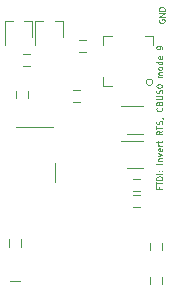
<source format=gbr>
%TF.GenerationSoftware,KiCad,Pcbnew,(6.0.10-0)*%
%TF.CreationDate,2023-01-07T15:17:09+00:00*%
%TF.ProjectId,Shelly,5368656c-6c79-42e6-9b69-6361645f7063,4*%
%TF.SameCoordinates,Original*%
%TF.FileFunction,Legend,Top*%
%TF.FilePolarity,Positive*%
%FSLAX46Y46*%
G04 Gerber Fmt 4.6, Leading zero omitted, Abs format (unit mm)*
G04 Created by KiCad (PCBNEW (6.0.10-0)) date 2023-01-07 15:17:09*
%MOMM*%
%LPD*%
G01*
G04 APERTURE LIST*
%ADD10C,0.120000*%
G04 APERTURE END LIST*
D10*
X183300000Y-58980952D02*
X183276190Y-59028571D01*
X183276190Y-59100000D01*
X183300000Y-59171428D01*
X183347619Y-59219047D01*
X183395238Y-59242857D01*
X183490476Y-59266666D01*
X183561904Y-59266666D01*
X183657142Y-59242857D01*
X183704761Y-59219047D01*
X183752380Y-59171428D01*
X183776190Y-59100000D01*
X183776190Y-59052380D01*
X183752380Y-58980952D01*
X183728571Y-58957142D01*
X183561904Y-58957142D01*
X183561904Y-59052380D01*
X183776190Y-58742857D02*
X183276190Y-58742857D01*
X183776190Y-58457142D01*
X183276190Y-58457142D01*
X183776190Y-58219047D02*
X183276190Y-58219047D01*
X183276190Y-58100000D01*
X183300000Y-58028571D01*
X183347619Y-57980952D01*
X183395238Y-57957142D01*
X183490476Y-57933333D01*
X183561904Y-57933333D01*
X183657142Y-57957142D01*
X183704761Y-57980952D01*
X183752380Y-58028571D01*
X183776190Y-58100000D01*
X183776190Y-58219047D01*
X183314285Y-73180952D02*
X183314285Y-73347619D01*
X183576190Y-73347619D02*
X183076190Y-73347619D01*
X183076190Y-73109523D01*
X183076190Y-72990476D02*
X183076190Y-72704761D01*
X183576190Y-72847619D02*
X183076190Y-72847619D01*
X183576190Y-72538095D02*
X183076190Y-72538095D01*
X183076190Y-72419047D01*
X183100000Y-72347619D01*
X183147619Y-72300000D01*
X183195238Y-72276190D01*
X183290476Y-72252380D01*
X183361904Y-72252380D01*
X183457142Y-72276190D01*
X183504761Y-72300000D01*
X183552380Y-72347619D01*
X183576190Y-72419047D01*
X183576190Y-72538095D01*
X183576190Y-72038095D02*
X183076190Y-72038095D01*
X183528571Y-71800000D02*
X183552380Y-71776190D01*
X183576190Y-71800000D01*
X183552380Y-71823809D01*
X183528571Y-71800000D01*
X183576190Y-71800000D01*
X183266666Y-71800000D02*
X183290476Y-71776190D01*
X183314285Y-71800000D01*
X183290476Y-71823809D01*
X183266666Y-71800000D01*
X183314285Y-71800000D01*
X183576190Y-71180952D02*
X183076190Y-71180952D01*
X183242857Y-70942857D02*
X183576190Y-70942857D01*
X183290476Y-70942857D02*
X183266666Y-70919047D01*
X183242857Y-70871428D01*
X183242857Y-70800000D01*
X183266666Y-70752380D01*
X183314285Y-70728571D01*
X183576190Y-70728571D01*
X183242857Y-70538095D02*
X183576190Y-70419047D01*
X183242857Y-70300000D01*
X183552380Y-69919047D02*
X183576190Y-69966666D01*
X183576190Y-70061904D01*
X183552380Y-70109523D01*
X183504761Y-70133333D01*
X183314285Y-70133333D01*
X183266666Y-70109523D01*
X183242857Y-70061904D01*
X183242857Y-69966666D01*
X183266666Y-69919047D01*
X183314285Y-69895238D01*
X183361904Y-69895238D01*
X183409523Y-70133333D01*
X183576190Y-69680952D02*
X183242857Y-69680952D01*
X183338095Y-69680952D02*
X183290476Y-69657142D01*
X183266666Y-69633333D01*
X183242857Y-69585714D01*
X183242857Y-69538095D01*
X183242857Y-69442857D02*
X183242857Y-69252380D01*
X183076190Y-69371428D02*
X183504761Y-69371428D01*
X183552380Y-69347619D01*
X183576190Y-69300000D01*
X183576190Y-69252380D01*
X183576190Y-68419047D02*
X183338095Y-68585714D01*
X183576190Y-68704761D02*
X183076190Y-68704761D01*
X183076190Y-68514285D01*
X183100000Y-68466666D01*
X183123809Y-68442857D01*
X183171428Y-68419047D01*
X183242857Y-68419047D01*
X183290476Y-68442857D01*
X183314285Y-68466666D01*
X183338095Y-68514285D01*
X183338095Y-68704761D01*
X183076190Y-68276190D02*
X183076190Y-67990476D01*
X183576190Y-68133333D02*
X183076190Y-68133333D01*
X183552380Y-67847619D02*
X183576190Y-67776190D01*
X183576190Y-67657142D01*
X183552380Y-67609523D01*
X183528571Y-67585714D01*
X183480952Y-67561904D01*
X183433333Y-67561904D01*
X183385714Y-67585714D01*
X183361904Y-67609523D01*
X183338095Y-67657142D01*
X183314285Y-67752380D01*
X183290476Y-67800000D01*
X183266666Y-67823809D01*
X183219047Y-67847619D01*
X183171428Y-67847619D01*
X183123809Y-67823809D01*
X183100000Y-67800000D01*
X183076190Y-67752380D01*
X183076190Y-67633333D01*
X183100000Y-67561904D01*
X183552380Y-67323809D02*
X183576190Y-67323809D01*
X183623809Y-67347619D01*
X183647619Y-67371428D01*
X183528571Y-66442857D02*
X183552380Y-66466666D01*
X183576190Y-66538095D01*
X183576190Y-66585714D01*
X183552380Y-66657142D01*
X183504761Y-66704761D01*
X183457142Y-66728571D01*
X183361904Y-66752380D01*
X183290476Y-66752380D01*
X183195238Y-66728571D01*
X183147619Y-66704761D01*
X183100000Y-66657142D01*
X183076190Y-66585714D01*
X183076190Y-66538095D01*
X183100000Y-66466666D01*
X183123809Y-66442857D01*
X183314285Y-66061904D02*
X183338095Y-65990476D01*
X183361904Y-65966666D01*
X183409523Y-65942857D01*
X183480952Y-65942857D01*
X183528571Y-65966666D01*
X183552380Y-65990476D01*
X183576190Y-66038095D01*
X183576190Y-66228571D01*
X183076190Y-66228571D01*
X183076190Y-66061904D01*
X183100000Y-66014285D01*
X183123809Y-65990476D01*
X183171428Y-65966666D01*
X183219047Y-65966666D01*
X183266666Y-65990476D01*
X183290476Y-66014285D01*
X183314285Y-66061904D01*
X183314285Y-66228571D01*
X183076190Y-65728571D02*
X183480952Y-65728571D01*
X183528571Y-65704761D01*
X183552380Y-65680952D01*
X183576190Y-65633333D01*
X183576190Y-65538095D01*
X183552380Y-65490476D01*
X183528571Y-65466666D01*
X183480952Y-65442857D01*
X183076190Y-65442857D01*
X183552380Y-65228571D02*
X183576190Y-65157142D01*
X183576190Y-65038095D01*
X183552380Y-64990476D01*
X183528571Y-64966666D01*
X183480952Y-64942857D01*
X183433333Y-64942857D01*
X183385714Y-64966666D01*
X183361904Y-64990476D01*
X183338095Y-65038095D01*
X183314285Y-65133333D01*
X183290476Y-65180952D01*
X183266666Y-65204761D01*
X183219047Y-65228571D01*
X183171428Y-65228571D01*
X183123809Y-65204761D01*
X183100000Y-65180952D01*
X183076190Y-65133333D01*
X183076190Y-65014285D01*
X183100000Y-64942857D01*
X183076190Y-64633333D02*
X183076190Y-64585714D01*
X183100000Y-64538095D01*
X183123809Y-64514285D01*
X183171428Y-64490476D01*
X183266666Y-64466666D01*
X183385714Y-64466666D01*
X183480952Y-64490476D01*
X183528571Y-64514285D01*
X183552380Y-64538095D01*
X183576190Y-64585714D01*
X183576190Y-64633333D01*
X183552380Y-64680952D01*
X183528571Y-64704761D01*
X183480952Y-64728571D01*
X183385714Y-64752380D01*
X183266666Y-64752380D01*
X183171428Y-64728571D01*
X183123809Y-64704761D01*
X183100000Y-64680952D01*
X183076190Y-64633333D01*
X183576190Y-63871428D02*
X183242857Y-63871428D01*
X183290476Y-63871428D02*
X183266666Y-63847619D01*
X183242857Y-63800000D01*
X183242857Y-63728571D01*
X183266666Y-63680952D01*
X183314285Y-63657142D01*
X183576190Y-63657142D01*
X183314285Y-63657142D02*
X183266666Y-63633333D01*
X183242857Y-63585714D01*
X183242857Y-63514285D01*
X183266666Y-63466666D01*
X183314285Y-63442857D01*
X183576190Y-63442857D01*
X183576190Y-63133333D02*
X183552380Y-63180952D01*
X183528571Y-63204761D01*
X183480952Y-63228571D01*
X183338095Y-63228571D01*
X183290476Y-63204761D01*
X183266666Y-63180952D01*
X183242857Y-63133333D01*
X183242857Y-63061904D01*
X183266666Y-63014285D01*
X183290476Y-62990476D01*
X183338095Y-62966666D01*
X183480952Y-62966666D01*
X183528571Y-62990476D01*
X183552380Y-63014285D01*
X183576190Y-63061904D01*
X183576190Y-63133333D01*
X183576190Y-62538095D02*
X183076190Y-62538095D01*
X183552380Y-62538095D02*
X183576190Y-62585714D01*
X183576190Y-62680952D01*
X183552380Y-62728571D01*
X183528571Y-62752380D01*
X183480952Y-62776190D01*
X183338095Y-62776190D01*
X183290476Y-62752380D01*
X183266666Y-62728571D01*
X183242857Y-62680952D01*
X183242857Y-62585714D01*
X183266666Y-62538095D01*
X183552380Y-62109523D02*
X183576190Y-62157142D01*
X183576190Y-62252380D01*
X183552380Y-62300000D01*
X183504761Y-62323809D01*
X183314285Y-62323809D01*
X183266666Y-62300000D01*
X183242857Y-62252380D01*
X183242857Y-62157142D01*
X183266666Y-62109523D01*
X183314285Y-62085714D01*
X183361904Y-62085714D01*
X183409523Y-62323809D01*
X183576190Y-61466666D02*
X183576190Y-61371428D01*
X183552380Y-61323809D01*
X183528571Y-61300000D01*
X183457142Y-61252380D01*
X183361904Y-61228571D01*
X183171428Y-61228571D01*
X183123809Y-61252380D01*
X183100000Y-61276190D01*
X183076190Y-61323809D01*
X183076190Y-61419047D01*
X183100000Y-61466666D01*
X183123809Y-61490476D01*
X183171428Y-61514285D01*
X183290476Y-61514285D01*
X183338095Y-61490476D01*
X183361904Y-61466666D01*
X183385714Y-61419047D01*
X183385714Y-61323809D01*
X183361904Y-61276190D01*
X183338095Y-61252380D01*
X183290476Y-61228571D01*
%TO.C,D3*%
X170700000Y-81150000D02*
X171500000Y-81150000D01*
%TO.C,R2*%
X183550000Y-78500000D02*
X183550000Y-77900000D01*
X182550000Y-78500000D02*
X182550000Y-77900000D01*
%TO.C,U1*%
X178590000Y-64610000D02*
X178590000Y-63885000D01*
X178590000Y-60390000D02*
X178590000Y-61115000D01*
X179315000Y-60390000D02*
X178590000Y-60390000D01*
X182810000Y-60390000D02*
X182810000Y-61115000D01*
X182085000Y-60390000D02*
X182810000Y-60390000D01*
X179315000Y-64610000D02*
X178590000Y-64610000D01*
X182782843Y-64300000D02*
G75*
G03*
X182782843Y-64300000I-282843J0D01*
G01*
%TO.C,R5*%
X170600000Y-77600000D02*
X170600000Y-78200000D01*
X171600000Y-77600000D02*
X171600000Y-78200000D01*
%TO.C,R1*%
X182550000Y-80800000D02*
X182550000Y-81400000D01*
X183550000Y-80800000D02*
X183550000Y-81400000D01*
%TO.C,R3*%
X181100000Y-72500000D02*
X181700000Y-72500000D01*
X181100000Y-73500000D02*
X181700000Y-73500000D01*
%TO.C,R4*%
X181100000Y-74820000D02*
X181700000Y-74820000D01*
X181100000Y-73820000D02*
X181700000Y-73820000D01*
%TO.C,D1*%
X181950000Y-69240000D02*
X180050000Y-69240000D01*
X180550000Y-71560000D02*
X181950000Y-71560000D01*
%TO.C,D2*%
X181950000Y-66340000D02*
X180050000Y-66340000D01*
X180550000Y-68660000D02*
X181950000Y-68660000D01*
%TO.C,C1*%
X177090000Y-61700000D02*
X176490000Y-61700000D01*
X177090000Y-60700000D02*
X176490000Y-60700000D01*
%TO.C,Q1*%
X170240000Y-59070000D02*
X170240000Y-61100000D01*
X170240000Y-59070000D02*
X170900000Y-59070000D01*
X172560000Y-60480000D02*
X172560000Y-59070000D01*
X171900000Y-59070000D02*
X172560000Y-59070000D01*
%TO.C,R6*%
X176650000Y-64950000D02*
X176050000Y-64950000D01*
X176650000Y-65950000D02*
X176050000Y-65950000D01*
%TO.C,R7*%
X171200000Y-65000000D02*
X171200000Y-65600000D01*
X172200000Y-65000000D02*
X172200000Y-65600000D01*
%TO.C,C5*%
X171800000Y-61900000D02*
X172400000Y-61900000D01*
X171800000Y-62900000D02*
X172400000Y-62900000D01*
%TO.C,Q2*%
X172840000Y-59070000D02*
X172840000Y-61100000D01*
X175160000Y-60480000D02*
X175160000Y-59070000D01*
X172840000Y-59070000D02*
X173500000Y-59070000D01*
X174500000Y-59070000D02*
X175160000Y-59070000D01*
%TO.C,U2*%
X174505000Y-71125000D02*
X174505000Y-72725000D01*
X171230000Y-68075000D02*
X174330000Y-68075000D01*
%TD*%
M02*

</source>
